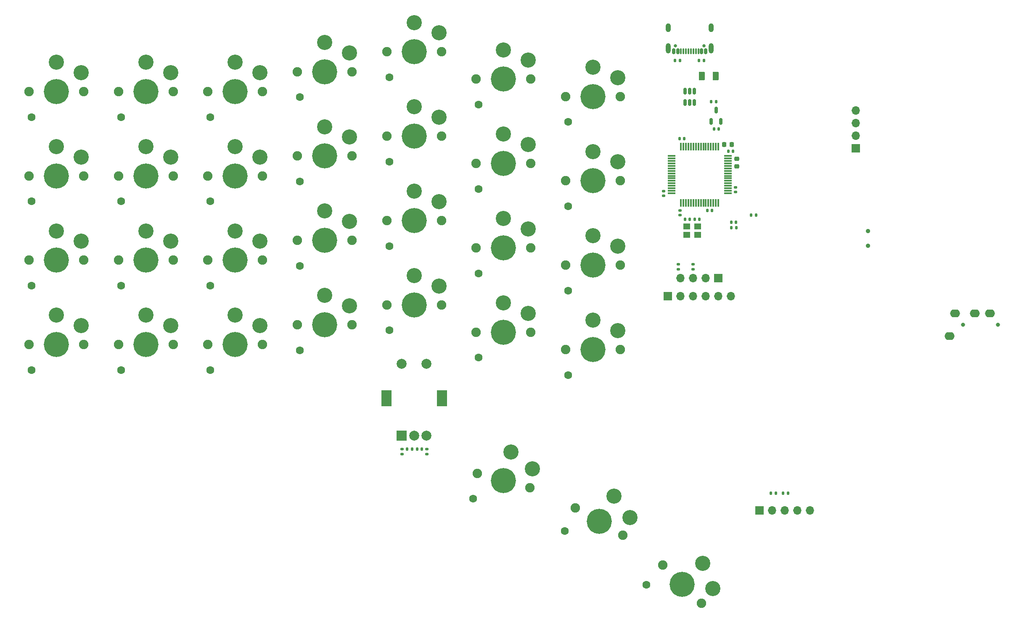
<source format=gbr>
%TF.GenerationSoftware,KiCad,Pcbnew,8.0.5*%
%TF.CreationDate,2024-10-02T17:20:21+02:00*%
%TF.ProjectId,vaucasy-pcb,76617563-6173-4792-9d70-63622e6b6963,rev?*%
%TF.SameCoordinates,Original*%
%TF.FileFunction,Soldermask,Top*%
%TF.FilePolarity,Negative*%
%FSLAX46Y46*%
G04 Gerber Fmt 4.6, Leading zero omitted, Abs format (unit mm)*
G04 Created by KiCad (PCBNEW 8.0.5) date 2024-10-02 17:20:21*
%MOMM*%
%LPD*%
G01*
G04 APERTURE LIST*
G04 Aperture macros list*
%AMRoundRect*
0 Rectangle with rounded corners*
0 $1 Rounding radius*
0 $2 $3 $4 $5 $6 $7 $8 $9 X,Y pos of 4 corners*
0 Add a 4 corners polygon primitive as box body*
4,1,4,$2,$3,$4,$5,$6,$7,$8,$9,$2,$3,0*
0 Add four circle primitives for the rounded corners*
1,1,$1+$1,$2,$3*
1,1,$1+$1,$4,$5*
1,1,$1+$1,$6,$7*
1,1,$1+$1,$8,$9*
0 Add four rect primitives between the rounded corners*
20,1,$1+$1,$2,$3,$4,$5,0*
20,1,$1+$1,$4,$5,$6,$7,0*
20,1,$1+$1,$6,$7,$8,$9,0*
20,1,$1+$1,$8,$9,$2,$3,0*%
G04 Aperture macros list end*
%ADD10RoundRect,0.150000X0.150000X-0.512500X0.150000X0.512500X-0.150000X0.512500X-0.150000X-0.512500X0*%
%ADD11RoundRect,0.135000X-0.185000X0.135000X-0.185000X-0.135000X0.185000X-0.135000X0.185000X0.135000X0*%
%ADD12RoundRect,0.075000X0.075000X-0.700000X0.075000X0.700000X-0.075000X0.700000X-0.075000X-0.700000X0*%
%ADD13RoundRect,0.075000X0.700000X-0.075000X0.700000X0.075000X-0.700000X0.075000X-0.700000X-0.075000X0*%
%ADD14RoundRect,0.140000X-0.140000X-0.170000X0.140000X-0.170000X0.140000X0.170000X-0.140000X0.170000X0*%
%ADD15C,2.000000*%
%ADD16R,2.000000X3.200000*%
%ADD17R,2.000000X2.000000*%
%ADD18O,1.700000X1.700000*%
%ADD19R,1.700000X1.700000*%
%ADD20RoundRect,0.140000X-0.170000X0.140000X-0.170000X-0.140000X0.170000X-0.140000X0.170000X0.140000X0*%
%ADD21C,1.900000*%
%ADD22C,3.050000*%
%ADD23C,5.050000*%
%ADD24C,1.600000*%
%ADD25RoundRect,0.135000X0.185000X-0.135000X0.185000X0.135000X-0.185000X0.135000X-0.185000X-0.135000X0*%
%ADD26RoundRect,0.140000X0.170000X-0.140000X0.170000X0.140000X-0.170000X0.140000X-0.170000X-0.140000X0*%
%ADD27RoundRect,0.135000X0.135000X0.185000X-0.135000X0.185000X-0.135000X-0.185000X0.135000X-0.185000X0*%
%ADD28RoundRect,0.150000X-0.150000X0.512500X-0.150000X-0.512500X0.150000X-0.512500X0.150000X0.512500X0*%
%ADD29RoundRect,0.135000X-0.135000X-0.185000X0.135000X-0.185000X0.135000X0.185000X-0.135000X0.185000X0*%
%ADD30RoundRect,0.140000X0.140000X0.170000X-0.140000X0.170000X-0.140000X-0.170000X0.140000X-0.170000X0*%
%ADD31RoundRect,0.250000X0.375000X0.625000X-0.375000X0.625000X-0.375000X-0.625000X0.375000X-0.625000X0*%
%ADD32RoundRect,0.225000X-0.225000X-0.250000X0.225000X-0.250000X0.225000X0.250000X-0.225000X0.250000X0*%
%ADD33O,1.000000X1.800000*%
%ADD34O,1.000000X2.100000*%
%ADD35RoundRect,0.150000X0.150000X0.425000X-0.150000X0.425000X-0.150000X-0.425000X0.150000X-0.425000X0*%
%ADD36RoundRect,0.075000X0.075000X0.500000X-0.075000X0.500000X-0.075000X-0.500000X0.075000X-0.500000X0*%
%ADD37C,0.650000*%
%ADD38RoundRect,0.225000X-0.250000X0.225000X-0.250000X-0.225000X0.250000X-0.225000X0.250000X0.225000X0*%
%ADD39R,1.400000X1.200000*%
%ADD40C,0.900000*%
%ADD41O,2.000000X1.600000*%
%ADD42C,0.800000*%
G04 APERTURE END LIST*
D10*
%TO.C,U3*%
X167350000Y-53382500D03*
X169250000Y-53382500D03*
X168300000Y-51107500D03*
%TD*%
D11*
%TO.C,R10*%
X160675000Y-82190000D03*
X160675000Y-83210000D03*
%TD*%
D12*
%TO.C,U1*%
X161250000Y-69775000D03*
X161750000Y-69775000D03*
X162250000Y-69775000D03*
X162750000Y-69775000D03*
X163250000Y-69775000D03*
X163750000Y-69775000D03*
X164250000Y-69775000D03*
X164750000Y-69775000D03*
X165250000Y-69775000D03*
X165750000Y-69775000D03*
X166250000Y-69775000D03*
X166750000Y-69775000D03*
X167250000Y-69775000D03*
X167750000Y-69775000D03*
X168250000Y-69775000D03*
X168750000Y-69775000D03*
D13*
X170675000Y-67850000D03*
X170675000Y-67350000D03*
X170675000Y-66850000D03*
X170675000Y-66350000D03*
X170675000Y-65850000D03*
X170675000Y-65350000D03*
X170675000Y-64850000D03*
X170675000Y-64350000D03*
X170675000Y-63850000D03*
X170675000Y-63350000D03*
X170675000Y-62850000D03*
X170675000Y-62350000D03*
X170675000Y-61850000D03*
X170675000Y-61350000D03*
X170675000Y-60850000D03*
X170675000Y-60350000D03*
D12*
X168750000Y-58425000D03*
X168250000Y-58425000D03*
X167750000Y-58425000D03*
X167250000Y-58425000D03*
X166750000Y-58425000D03*
X166250000Y-58425000D03*
X165750000Y-58425000D03*
X165250000Y-58425000D03*
X164750000Y-58425000D03*
X164250000Y-58425000D03*
X163750000Y-58425000D03*
X163250000Y-58425000D03*
X162750000Y-58425000D03*
X162250000Y-58425000D03*
X161750000Y-58425000D03*
X161250000Y-58425000D03*
D13*
X159325000Y-60350000D03*
X159325000Y-60850000D03*
X159325000Y-61350000D03*
X159325000Y-61850000D03*
X159325000Y-62350000D03*
X159325000Y-62850000D03*
X159325000Y-63350000D03*
X159325000Y-63850000D03*
X159325000Y-64350000D03*
X159325000Y-64850000D03*
X159325000Y-65350000D03*
X159325000Y-65850000D03*
X159325000Y-66350000D03*
X159325000Y-66850000D03*
X159325000Y-67350000D03*
X159325000Y-67850000D03*
%TD*%
D14*
%TO.C,C11*%
X164980000Y-73100000D03*
X164020000Y-73100000D03*
%TD*%
D15*
%TO.C,SW3*%
X105015000Y-102200000D03*
X110015000Y-102200000D03*
D16*
X113115000Y-109200000D03*
X101915000Y-109200000D03*
D15*
X107515000Y-116700000D03*
X110015000Y-116700000D03*
D17*
X105015000Y-116700000D03*
%TD*%
D18*
%TO.C,J5*%
X171300000Y-88575000D03*
X168760000Y-88575000D03*
X166220000Y-88575000D03*
X163680000Y-88575000D03*
X161140000Y-88575000D03*
D19*
X158600000Y-88575000D03*
%TD*%
%TO.C,J4*%
X177055000Y-131800000D03*
D18*
X179595000Y-131800000D03*
X182135000Y-131800000D03*
X184675000Y-131800000D03*
X187215000Y-131800000D03*
%TD*%
D20*
%TO.C,C5*%
X157775000Y-68380000D03*
X157775000Y-67420000D03*
%TD*%
D21*
%TO.C,S5*%
X113000000Y-39350000D03*
D22*
X112500000Y-35550000D03*
D23*
X107500000Y-39350000D03*
D22*
X107500000Y-33450000D03*
D24*
X102500000Y-44500000D03*
D21*
X102000000Y-39350000D03*
%TD*%
%TO.C,S27*%
X131000000Y-78850000D03*
D22*
X130500000Y-75050000D03*
D23*
X125500000Y-78850000D03*
D22*
X125500000Y-72950000D03*
D24*
X120500000Y-84000000D03*
D21*
X120000000Y-78850000D03*
%TD*%
D14*
%TO.C,C14*%
X108135000Y-119450000D03*
X109095000Y-119450000D03*
%TD*%
D21*
%TO.C,S3*%
X77000000Y-47350000D03*
D22*
X76500000Y-43550000D03*
D23*
X71500000Y-47350000D03*
D22*
X71500000Y-41450000D03*
D24*
X66500000Y-52500000D03*
D21*
X66000000Y-47350000D03*
%TD*%
%TO.C,S19*%
X59000000Y-81350000D03*
D22*
X58500000Y-77550000D03*
D23*
X53500000Y-81350000D03*
D22*
X53500000Y-75450000D03*
D24*
X48500000Y-86500000D03*
D21*
X48000000Y-81350000D03*
%TD*%
D11*
%TO.C,R7*%
X110115000Y-119440000D03*
X110115000Y-120460000D03*
%TD*%
D21*
%TO.C,S28*%
X131000000Y-95850000D03*
D22*
X130500000Y-92050000D03*
D23*
X125500000Y-95850000D03*
D22*
X125500000Y-89950000D03*
D24*
X120500000Y-101000000D03*
D21*
X120000000Y-95850000D03*
%TD*%
%TO.C,S7*%
X149000000Y-48350000D03*
D22*
X148500000Y-44550000D03*
D23*
X143500000Y-48350000D03*
D22*
X143500000Y-42450000D03*
D24*
X138500000Y-53500000D03*
D21*
X138000000Y-48350000D03*
%TD*%
%TO.C,S30*%
X149000000Y-99350000D03*
D22*
X148500000Y-95550000D03*
D23*
X143500000Y-99350000D03*
D22*
X143500000Y-93450000D03*
D24*
X138500000Y-104500000D03*
D21*
X138000000Y-99350000D03*
%TD*%
%TO.C,S14*%
X131000000Y-61850000D03*
D22*
X130500000Y-58050000D03*
D23*
X125500000Y-61850000D03*
D22*
X125500000Y-55950000D03*
D24*
X120500000Y-67000000D03*
D21*
X120000000Y-61850000D03*
%TD*%
D14*
%TO.C,C9*%
X167340000Y-49395000D03*
X168300000Y-49395000D03*
%TD*%
D21*
%TO.C,S6*%
X131000000Y-44850000D03*
D22*
X130500000Y-41050000D03*
D23*
X125500000Y-44850000D03*
D22*
X125500000Y-38950000D03*
D24*
X120500000Y-50000000D03*
D21*
X120000000Y-44850000D03*
%TD*%
D19*
%TO.C,J2*%
X168730000Y-84950000D03*
D18*
X166190000Y-84950000D03*
X163650000Y-84950000D03*
X161110000Y-84950000D03*
%TD*%
D21*
%TO.C,S15*%
X149000000Y-65350000D03*
D22*
X148500000Y-61550000D03*
D23*
X143500000Y-65350000D03*
D22*
X143500000Y-59450000D03*
D24*
X138500000Y-70500000D03*
D21*
X138000000Y-65350000D03*
%TD*%
%TO.C,S29*%
X149000000Y-82350000D03*
D22*
X148500000Y-78550000D03*
D23*
X143500000Y-82350000D03*
D22*
X143500000Y-76450000D03*
D24*
X138500000Y-87500000D03*
D21*
X138000000Y-82350000D03*
%TD*%
%TO.C,S22*%
X77000000Y-98350000D03*
D22*
X76500000Y-94550000D03*
D23*
X71500000Y-98350000D03*
D22*
X71500000Y-92450000D03*
D24*
X66500000Y-103500000D03*
D21*
X66000000Y-98350000D03*
%TD*%
%TO.C,S26*%
X113000000Y-90350000D03*
D22*
X112500000Y-86550000D03*
D23*
X107500000Y-90350000D03*
D22*
X107500000Y-84450000D03*
D24*
X102500000Y-95500000D03*
D21*
X102000000Y-90350000D03*
%TD*%
%TO.C,S23*%
X95000000Y-77350000D03*
D22*
X94500000Y-73550000D03*
D23*
X89500000Y-77350000D03*
D22*
X89500000Y-71450000D03*
D24*
X84500000Y-82500000D03*
D21*
X84000000Y-77350000D03*
%TD*%
D25*
%TO.C,R8*%
X105115000Y-120460000D03*
X105115000Y-119440000D03*
%TD*%
D26*
%TO.C,C1*%
X161025000Y-72255000D03*
X161025000Y-71295000D03*
%TD*%
D21*
%TO.C,S1*%
X41000000Y-47350000D03*
D22*
X40500000Y-43550000D03*
D23*
X35500000Y-47350000D03*
D22*
X35500000Y-41450000D03*
D24*
X30500000Y-52500000D03*
D21*
X30000000Y-47350000D03*
%TD*%
%TO.C,S13*%
X113000000Y-56350000D03*
D22*
X112500000Y-52550000D03*
D23*
X107500000Y-56350000D03*
D22*
X107500000Y-50450000D03*
D24*
X102500000Y-61500000D03*
D21*
X102000000Y-56350000D03*
%TD*%
%TO.C,S9*%
X41000000Y-64350000D03*
D22*
X40500000Y-60550000D03*
D23*
X35500000Y-64350000D03*
D22*
X35500000Y-58450000D03*
D24*
X30500000Y-69500000D03*
D21*
X30000000Y-64350000D03*
%TD*%
D27*
%TO.C,R13*%
X182815000Y-128300000D03*
X181795000Y-128300000D03*
%TD*%
D21*
%TO.C,S4*%
X95000000Y-43350000D03*
D22*
X94500000Y-39550000D03*
D23*
X89500000Y-43350000D03*
D22*
X89500000Y-37450000D03*
D24*
X84500000Y-48500000D03*
D21*
X84000000Y-43350000D03*
%TD*%
D28*
%TO.C,U2*%
X163950000Y-47320000D03*
X163000000Y-47320000D03*
X162050000Y-47320000D03*
X162050000Y-49595000D03*
X163000000Y-49595000D03*
X163950000Y-49595000D03*
%TD*%
D29*
%TO.C,R2*%
X172360000Y-74800000D03*
X171340000Y-74800000D03*
%TD*%
D21*
%TO.C,S10*%
X59000000Y-64350000D03*
D22*
X58500000Y-60550000D03*
D23*
X53500000Y-64350000D03*
D22*
X53500000Y-58450000D03*
D24*
X48500000Y-69500000D03*
D21*
X48000000Y-64350000D03*
%TD*%
D29*
%TO.C,R4*%
X159990000Y-41075000D03*
X161010000Y-41075000D03*
%TD*%
D30*
%TO.C,C17*%
X175370000Y-72300000D03*
X176330000Y-72300000D03*
%TD*%
D31*
%TO.C,F1*%
X168220000Y-44245000D03*
X165420000Y-44245000D03*
%TD*%
D21*
%TO.C,S11*%
X77000000Y-64350000D03*
D22*
X76500000Y-60550000D03*
D23*
X71500000Y-64350000D03*
D22*
X71500000Y-58450000D03*
D24*
X66500000Y-69500000D03*
D21*
X66000000Y-64350000D03*
%TD*%
D32*
%TO.C,C6*%
X171475000Y-58050000D03*
X169925000Y-58050000D03*
%TD*%
D26*
%TO.C,C2*%
X172250000Y-66640000D03*
X172250000Y-67600000D03*
%TD*%
D21*
%TO.C,S17*%
X41000000Y-81350000D03*
D22*
X40500000Y-77550000D03*
D23*
X35500000Y-81350000D03*
D22*
X35500000Y-75450000D03*
D24*
X30500000Y-86500000D03*
D21*
X30000000Y-81350000D03*
%TD*%
D14*
%TO.C,C8*%
X167870000Y-54895000D03*
X168830000Y-54895000D03*
%TD*%
D21*
%TO.C,S24*%
X95000000Y-94350000D03*
D22*
X94500000Y-90550000D03*
D23*
X89500000Y-94350000D03*
D22*
X89500000Y-88450000D03*
D24*
X84500000Y-99500000D03*
D21*
X84000000Y-94350000D03*
%TD*%
%TO.C,S31*%
X165329362Y-150533021D03*
D22*
X167662814Y-147492462D03*
D23*
X161440274Y-146643934D03*
D22*
X165612204Y-142472004D03*
D24*
X154263140Y-146750000D03*
D21*
X157551186Y-142754847D03*
%TD*%
D27*
%TO.C,R14*%
X180325000Y-128300000D03*
X179305000Y-128300000D03*
%TD*%
D30*
%TO.C,C3*%
X170745000Y-59425000D03*
X171705000Y-59425000D03*
%TD*%
D14*
%TO.C,C10*%
X162980000Y-73100000D03*
X162020000Y-73100000D03*
%TD*%
%TO.C,C13*%
X167500000Y-71325000D03*
X166540000Y-71325000D03*
%TD*%
D27*
%TO.C,R3*%
X165835000Y-41075000D03*
X164815000Y-41075000D03*
%TD*%
D21*
%TO.C,S2*%
X59000000Y-47350000D03*
D22*
X58500000Y-43550000D03*
D23*
X53500000Y-47350000D03*
D22*
X53500000Y-41450000D03*
D24*
X48500000Y-52500000D03*
D21*
X48000000Y-47350000D03*
%TD*%
%TO.C,S20*%
X59000000Y-98350000D03*
D22*
X58500000Y-94550000D03*
D23*
X53500000Y-98350000D03*
D22*
X53500000Y-92450000D03*
D24*
X48500000Y-103500000D03*
D21*
X48000000Y-98350000D03*
%TD*%
%TO.C,S8*%
X130825732Y-127173505D03*
D22*
X131326282Y-123373577D03*
D23*
X125513140Y-125750000D03*
D22*
X127040172Y-120051038D03*
D24*
X119350593Y-129430423D03*
D21*
X120200548Y-124326495D03*
%TD*%
D14*
%TO.C,C15*%
X106135000Y-119450000D03*
X107095000Y-119450000D03*
%TD*%
D33*
%TO.C,J1*%
X158680000Y-34500000D03*
D34*
X158680000Y-38680000D03*
D33*
X167320000Y-34500000D03*
D34*
X167320000Y-38680000D03*
D35*
X166200000Y-39255000D03*
X165400000Y-39255000D03*
D36*
X164750000Y-39255000D03*
X163750000Y-39255000D03*
X162250000Y-39255000D03*
X161250000Y-39255000D03*
D35*
X160600000Y-39255000D03*
X159800000Y-39255000D03*
X159800000Y-39255000D03*
X160600000Y-39255000D03*
D36*
X161750000Y-39255000D03*
X162750000Y-39255000D03*
X163250000Y-39255000D03*
X164250000Y-39255000D03*
D35*
X165400000Y-39255000D03*
X166200000Y-39255000D03*
D37*
X160110000Y-38180000D03*
X165890000Y-38180000D03*
%TD*%
D38*
%TO.C,C12*%
X172500000Y-62475000D03*
X172500000Y-60925000D03*
%TD*%
D21*
%TO.C,S25*%
X113000000Y-73350000D03*
D22*
X112500000Y-69550000D03*
D23*
X107500000Y-73350000D03*
D22*
X107500000Y-67450000D03*
D24*
X102500000Y-78500000D03*
D21*
X102000000Y-73350000D03*
%TD*%
%TO.C,S12*%
X95000000Y-60350000D03*
D22*
X94500000Y-56550000D03*
D23*
X89500000Y-60350000D03*
D22*
X89500000Y-54450000D03*
D24*
X84500000Y-65500000D03*
D21*
X84000000Y-60350000D03*
%TD*%
D30*
%TO.C,C7*%
X171370000Y-73700000D03*
X172330000Y-73700000D03*
%TD*%
%TO.C,C4*%
X160970000Y-56875000D03*
X161930000Y-56875000D03*
%TD*%
D25*
%TO.C,R9*%
X163675000Y-83210000D03*
X163675000Y-82190000D03*
%TD*%
D21*
%TO.C,S21*%
X77000000Y-81350000D03*
D22*
X76500000Y-77550000D03*
D23*
X71500000Y-81350000D03*
D22*
X71500000Y-75450000D03*
D24*
X66500000Y-86500000D03*
D21*
X66000000Y-81350000D03*
%TD*%
%TO.C,S16*%
X149526280Y-136750000D03*
D22*
X150993268Y-133209104D03*
D23*
X144763140Y-134000000D03*
D22*
X147713140Y-128890450D03*
D24*
X137858013Y-135960031D03*
D21*
X140000000Y-131250000D03*
%TD*%
D39*
%TO.C,Y1*%
X162400000Y-74550000D03*
X164600000Y-74550000D03*
X164600000Y-76250000D03*
X162400000Y-76250000D03*
%TD*%
D21*
%TO.C,S18*%
X41000000Y-98350000D03*
D22*
X40500000Y-94550000D03*
D23*
X35500000Y-98350000D03*
D22*
X35500000Y-92450000D03*
D24*
X30500000Y-103500000D03*
D21*
X30000000Y-98350000D03*
%TD*%
D40*
%TO.C,SW1*%
X198905000Y-78450000D03*
X198905000Y-75450000D03*
%TD*%
D41*
%TO.C,U4*%
X223437500Y-92075000D03*
X220437500Y-92075000D03*
X216437500Y-92075000D03*
X215337500Y-96675000D03*
D42*
X225037500Y-94375000D03*
X218037500Y-94375000D03*
%TD*%
D19*
%TO.C,J6*%
X196400000Y-58775000D03*
D18*
X196400000Y-56235000D03*
X196400000Y-53695000D03*
X196400000Y-51155000D03*
%TD*%
M02*

</source>
